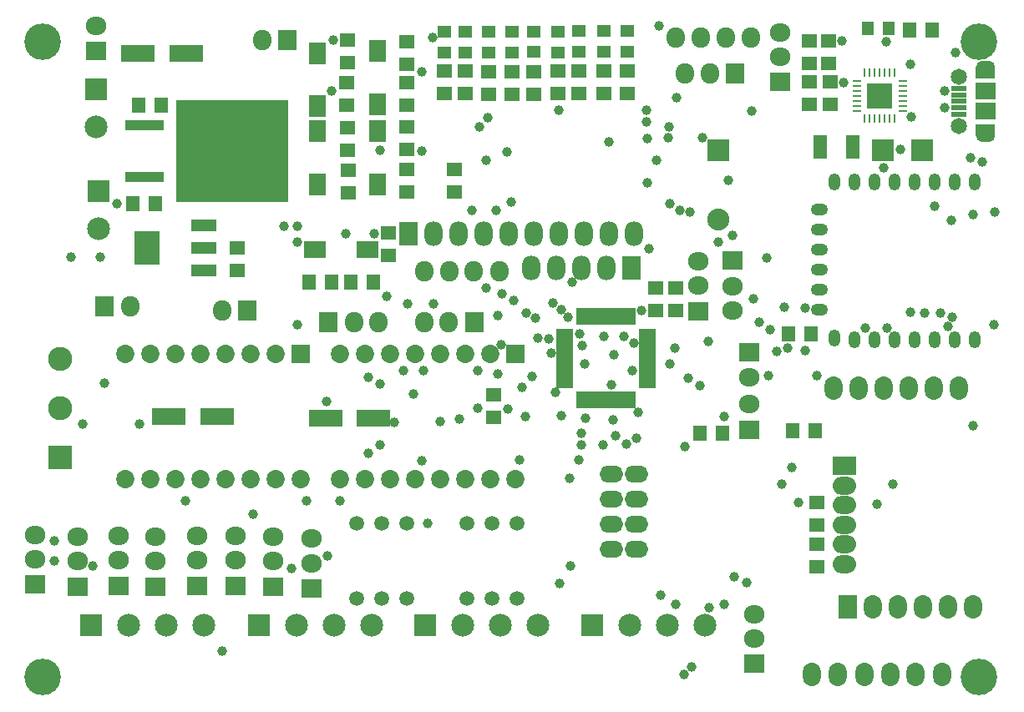
<source format=gts>
G04*
G04 #@! TF.GenerationSoftware,Altium Limited,Altium Designer,18.1.6 (161)*
G04*
G04 Layer_Color=8388736*
%FSTAX24Y24*%
%MOIN*%
G70*
G01*
G75*
%ADD34R,0.0380X0.0080*%
%ADD35R,0.0080X0.0380*%
%ADD42R,0.1540X0.0390*%
%ADD43R,0.4510X0.4110*%
%ADD44R,0.0610X0.0240*%
%ADD45R,0.0830X0.0670*%
%ADD46R,0.0630X0.0580*%
%ADD47R,0.0580X0.0630*%
%ADD48O,0.0480X0.0680*%
%ADD49O,0.0680X0.0480*%
%ADD50O,0.0930X0.0730*%
%ADD51R,0.0930X0.0730*%
%ADD52R,0.1320X0.0710*%
%ADD53R,0.1025X0.0474*%
%ADD54R,0.1025X0.1379*%
%ADD55R,0.0552X0.0513*%
%ADD56R,0.0513X0.0552*%
%ADD57R,0.1000X0.1000*%
%ADD58R,0.0867X0.0867*%
%ADD59R,0.0580X0.0950*%
%ADD60R,0.0190X0.0660*%
%ADD61R,0.0660X0.0190*%
%ADD62R,0.0867X0.0671*%
%ADD63R,0.0671X0.0867*%
%ADD64O,0.0750X0.0480*%
%ADD65C,0.0650*%
%ADD66C,0.0320*%
%ADD67R,0.0830X0.0730*%
%ADD68O,0.0830X0.0730*%
%ADD69C,0.0592*%
%ADD70O,0.0730X0.0980*%
%ADD71R,0.0730X0.0980*%
%ADD72C,0.1460*%
%ADD73C,0.0730*%
%ADD74R,0.0730X0.0730*%
%ADD75O,0.0730X0.0830*%
%ADD76O,0.0730X0.0930*%
%ADD77R,0.0730X0.0930*%
%ADD78R,0.0730X0.0830*%
%ADD79C,0.0880*%
%ADD80R,0.0880X0.0880*%
%ADD81O,0.0940X0.0680*%
%ADD82C,0.0966*%
%ADD83R,0.0966X0.0966*%
%ADD84R,0.0907X0.0907*%
%ADD85C,0.0907*%
%ADD86R,0.0907X0.0907*%
%ADD87C,0.0395*%
G36*
X049108Y045585D02*
X048358D01*
Y045125D01*
X049108D01*
Y045585D01*
D02*
G37*
G36*
Y047421D02*
X048358D01*
Y047881D01*
X049108D01*
Y047421D01*
D02*
G37*
D34*
X04543Y046129D02*
D03*
Y046326D02*
D03*
Y046523D02*
D03*
Y04672D02*
D03*
Y046917D02*
D03*
Y047114D02*
D03*
Y047311D02*
D03*
X0436D02*
D03*
Y047114D02*
D03*
Y046917D02*
D03*
Y04672D02*
D03*
Y046523D02*
D03*
Y046326D02*
D03*
Y046129D02*
D03*
D35*
X045106Y047635D02*
D03*
X044909D02*
D03*
X044712D02*
D03*
X044515D02*
D03*
X044318D02*
D03*
X044121D02*
D03*
X043924D02*
D03*
Y045805D02*
D03*
X044121D02*
D03*
X044318D02*
D03*
X044515D02*
D03*
X044712D02*
D03*
X044909D02*
D03*
X045106D02*
D03*
D42*
X01517Y043476D02*
D03*
Y045555D02*
D03*
D43*
X018665Y044516D02*
D03*
D44*
X04768Y045992D02*
D03*
Y046248D02*
D03*
Y046503D02*
D03*
Y046759D02*
D03*
Y047015D02*
D03*
D45*
X048733Y04611D02*
D03*
Y046897D02*
D03*
D46*
X035566Y039035D02*
D03*
Y038135D02*
D03*
X036375Y039035D02*
D03*
Y038135D02*
D03*
X0291Y03478D02*
D03*
Y03388D02*
D03*
X041715Y04638D02*
D03*
Y04728D02*
D03*
X042535Y04727D02*
D03*
Y04637D02*
D03*
X03252Y047717D02*
D03*
Y046817D02*
D03*
X03168Y047717D02*
D03*
Y046817D02*
D03*
X042Y02882D02*
D03*
Y02792D02*
D03*
Y02958D02*
D03*
Y03048D02*
D03*
X02565Y046341D02*
D03*
Y047241D02*
D03*
X02564Y048888D02*
D03*
Y047988D02*
D03*
X0233Y04284D02*
D03*
Y04374D02*
D03*
X02328Y045455D02*
D03*
Y044555D02*
D03*
X02326Y047245D02*
D03*
Y046345D02*
D03*
X02564Y044589D02*
D03*
Y045489D02*
D03*
Y04378D02*
D03*
Y04288D02*
D03*
X024928Y040335D02*
D03*
Y041235D02*
D03*
X018865Y03974D02*
D03*
Y04064D02*
D03*
X02798Y047717D02*
D03*
Y046817D02*
D03*
X02714Y04772D02*
D03*
Y04682D02*
D03*
X03072Y04678D02*
D03*
Y04768D02*
D03*
X02329Y048948D02*
D03*
Y048049D02*
D03*
X02984Y04768D02*
D03*
Y04678D02*
D03*
X0335Y047717D02*
D03*
Y046817D02*
D03*
X034452Y047717D02*
D03*
Y046817D02*
D03*
X04249Y04801D02*
D03*
Y04891D02*
D03*
X041705Y04802D02*
D03*
Y04892D02*
D03*
X02754Y04378D02*
D03*
Y04288D02*
D03*
X028906Y04678D02*
D03*
Y04768D02*
D03*
D47*
X01583Y04633D02*
D03*
X01493D02*
D03*
X04088Y0372D02*
D03*
X04178D02*
D03*
X03735Y03323D02*
D03*
X03825D02*
D03*
X04194Y03336D02*
D03*
X04104D02*
D03*
X024322Y03928D02*
D03*
X023422D02*
D03*
X02266D02*
D03*
X02176D02*
D03*
X0156Y0424D02*
D03*
X0147D02*
D03*
X04661Y04935D02*
D03*
X04571D02*
D03*
D48*
X04832Y043282D02*
D03*
X04352D02*
D03*
X04432D02*
D03*
X04752D02*
D03*
X04672D02*
D03*
X04592D02*
D03*
X04512D02*
D03*
X04272D02*
D03*
Y037052D02*
D03*
X04352Y036978D02*
D03*
X04432D02*
D03*
X04512D02*
D03*
X04592D02*
D03*
X04672D02*
D03*
X04752D02*
D03*
X04832D02*
D03*
D49*
X04212Y042182D02*
D03*
Y041382D02*
D03*
Y040582D02*
D03*
Y039782D02*
D03*
Y038982D02*
D03*
Y038182D02*
D03*
D50*
X0431Y028013D02*
D03*
Y0288D02*
D03*
Y029587D02*
D03*
Y030375D02*
D03*
Y031162D02*
D03*
D51*
Y03195D02*
D03*
D52*
X024325Y03384D02*
D03*
X022395D02*
D03*
X016835Y04841D02*
D03*
X014905D02*
D03*
X018085Y03392D02*
D03*
X016155D02*
D03*
D53*
X017547Y039734D02*
D03*
Y04064D02*
D03*
Y041546D02*
D03*
D54*
X015263Y04064D02*
D03*
D55*
X03168Y048459D02*
D03*
Y049286D02*
D03*
X02798Y048459D02*
D03*
Y049286D02*
D03*
X02714Y048462D02*
D03*
Y049288D02*
D03*
X028906Y049286D02*
D03*
Y048459D02*
D03*
X03252Y048474D02*
D03*
Y049301D02*
D03*
X0335Y048474D02*
D03*
Y049301D02*
D03*
X034452Y048474D02*
D03*
Y049301D02*
D03*
X02984Y049286D02*
D03*
Y048459D02*
D03*
X03072Y048467D02*
D03*
Y049293D02*
D03*
D56*
X044047Y04941D02*
D03*
X044873D02*
D03*
D57*
X044515Y04672D02*
D03*
D58*
X046227Y04456D02*
D03*
X044653D02*
D03*
D59*
X04215Y044675D02*
D03*
X04345D02*
D03*
D60*
X032517Y03458D02*
D03*
X032714D02*
D03*
X032911D02*
D03*
X033108D02*
D03*
X033305D02*
D03*
X033502D02*
D03*
X033698D02*
D03*
X033895D02*
D03*
X034092D02*
D03*
X034289D02*
D03*
X034486D02*
D03*
X034683D02*
D03*
Y0379D02*
D03*
X034486D02*
D03*
X034289D02*
D03*
X034092D02*
D03*
X033895D02*
D03*
X033698D02*
D03*
X033502D02*
D03*
X033305D02*
D03*
X033108D02*
D03*
X032911D02*
D03*
X032714D02*
D03*
X032517D02*
D03*
D61*
X03526Y035157D02*
D03*
Y035354D02*
D03*
Y035551D02*
D03*
Y035748D02*
D03*
Y035945D02*
D03*
Y036142D02*
D03*
Y036338D02*
D03*
Y036535D02*
D03*
Y036732D02*
D03*
Y036929D02*
D03*
Y037126D02*
D03*
Y037323D02*
D03*
X03194D02*
D03*
Y037126D02*
D03*
Y036929D02*
D03*
Y036732D02*
D03*
Y036535D02*
D03*
Y036338D02*
D03*
Y036142D02*
D03*
Y035945D02*
D03*
Y035748D02*
D03*
Y035551D02*
D03*
Y035354D02*
D03*
Y035157D02*
D03*
D62*
X024093Y040565D02*
D03*
X021967D02*
D03*
D63*
X02447Y0453D02*
D03*
Y043174D02*
D03*
X02208Y045303D02*
D03*
Y043177D02*
D03*
X02447Y0485D02*
D03*
Y046374D02*
D03*
X02208Y046297D02*
D03*
Y048423D02*
D03*
D64*
X048733Y045125D02*
D03*
Y047881D02*
D03*
D65*
X04767Y045519D02*
D03*
Y047488D02*
D03*
D66*
X048598Y045125D02*
D03*
X048868D02*
D03*
X048598Y047881D02*
D03*
X048868D02*
D03*
D67*
X03952Y02403D02*
D03*
X02184Y02704D02*
D03*
X040545Y047265D02*
D03*
X03864Y04013D02*
D03*
X03931Y03648D02*
D03*
Y03339D02*
D03*
X013259Y0485D02*
D03*
X037292Y03812D02*
D03*
X0188Y02716D02*
D03*
X0125Y02712D02*
D03*
X0108Y0272D02*
D03*
X0156Y02712D02*
D03*
X01416Y02716D02*
D03*
X01728D02*
D03*
X02032Y02712D02*
D03*
D68*
X03952Y02504D02*
D03*
Y02602D02*
D03*
X02184Y02805D02*
D03*
Y02903D02*
D03*
X040545Y048275D02*
D03*
Y049255D02*
D03*
X03864Y03912D02*
D03*
Y03814D02*
D03*
X03931Y03547D02*
D03*
Y0344D02*
D03*
X013259Y04951D02*
D03*
X037292Y03913D02*
D03*
Y04011D02*
D03*
X0188Y02915D02*
D03*
Y02817D02*
D03*
X0125Y02911D02*
D03*
Y02813D02*
D03*
X0108Y02919D02*
D03*
Y02821D02*
D03*
X0156Y02911D02*
D03*
Y02813D02*
D03*
X01416Y02915D02*
D03*
Y02817D02*
D03*
X01728Y02915D02*
D03*
Y02817D02*
D03*
X02032Y02911D02*
D03*
Y02813D02*
D03*
D69*
X02804Y02663D02*
D03*
X02904D02*
D03*
X03004D02*
D03*
Y02963D02*
D03*
X02904D02*
D03*
X02804D02*
D03*
X02364D02*
D03*
X02464D02*
D03*
X02564D02*
D03*
Y02663D02*
D03*
X02464D02*
D03*
X02364D02*
D03*
D70*
X0327Y0412D02*
D03*
X0307D02*
D03*
X0287D02*
D03*
X0277D02*
D03*
X0267D02*
D03*
X0297D02*
D03*
X0317D02*
D03*
X0337D02*
D03*
X0347D02*
D03*
X0316Y03984D02*
D03*
X0326D02*
D03*
X0336D02*
D03*
X0306D02*
D03*
D71*
X0257Y0412D02*
D03*
X0346Y03984D02*
D03*
D72*
X04848Y04888D02*
D03*
Y02352D02*
D03*
X01112Y04888D02*
D03*
Y02352D02*
D03*
D73*
X02298Y031402D02*
D03*
X02398D02*
D03*
X02498D02*
D03*
X02598D02*
D03*
X02998D02*
D03*
X02898D02*
D03*
X02798D02*
D03*
X02898Y036402D02*
D03*
X02798D02*
D03*
X02298D02*
D03*
X02398D02*
D03*
X02498D02*
D03*
X02598D02*
D03*
X02698Y031402D02*
D03*
Y036402D02*
D03*
X01842Y036402D02*
D03*
Y031402D02*
D03*
X01742Y036402D02*
D03*
X01642D02*
D03*
X01542D02*
D03*
X01442D02*
D03*
X01942D02*
D03*
X02042D02*
D03*
X01942Y031402D02*
D03*
X02042D02*
D03*
X02142D02*
D03*
X01742D02*
D03*
X01642D02*
D03*
X01542D02*
D03*
X01442D02*
D03*
D74*
X02998Y036402D02*
D03*
X02142Y036402D02*
D03*
D75*
X026331Y0397D02*
D03*
X027341D02*
D03*
X028321D02*
D03*
X029331D02*
D03*
X027321Y03768D02*
D03*
X026341D02*
D03*
X0146Y0383D02*
D03*
X01827Y03816D02*
D03*
X02353Y037663D02*
D03*
X02451D02*
D03*
X03774Y0476D02*
D03*
X03676D02*
D03*
X036375Y04904D02*
D03*
X037385D02*
D03*
X038365D02*
D03*
X039375D02*
D03*
X01987Y04896D02*
D03*
D76*
X04268Y03504D02*
D03*
X04368D02*
D03*
X04468D02*
D03*
X04568D02*
D03*
X04668D02*
D03*
X04768D02*
D03*
X04824Y02632D02*
D03*
X04624D02*
D03*
X04524D02*
D03*
X04424D02*
D03*
X04724D02*
D03*
X047001Y0236D02*
D03*
X045951D02*
D03*
X044931D02*
D03*
X043901D02*
D03*
X042851D02*
D03*
X041801D02*
D03*
D77*
X04324Y02632D02*
D03*
D78*
X028331Y03768D02*
D03*
X01359Y0383D02*
D03*
X01928Y03816D02*
D03*
X02252Y037663D02*
D03*
X03875Y0476D02*
D03*
X02088Y04896D02*
D03*
D79*
X03808Y041773D02*
D03*
D80*
Y04456D02*
D03*
D81*
X0338Y0286D02*
D03*
Y0296D02*
D03*
Y0306D02*
D03*
Y0316D02*
D03*
X0348D02*
D03*
Y0306D02*
D03*
Y0296D02*
D03*
Y0286D02*
D03*
D82*
X011811Y034252D02*
D03*
Y03622D02*
D03*
D83*
Y032283D02*
D03*
D84*
X013339Y04291D02*
D03*
X013259Y04699D02*
D03*
D85*
X013339Y04141D02*
D03*
X013259Y04549D02*
D03*
X034542Y025579D02*
D03*
X036042D02*
D03*
X037542D02*
D03*
X02789D02*
D03*
X02939D02*
D03*
X03089D02*
D03*
X02125D02*
D03*
X02275D02*
D03*
X02425D02*
D03*
X01453D02*
D03*
X01603D02*
D03*
X01753D02*
D03*
D86*
X033042D02*
D03*
X02639D02*
D03*
X01975D02*
D03*
X01303D02*
D03*
D87*
X04824Y04197D02*
D03*
X049115Y04208D02*
D03*
X049078Y037585D02*
D03*
X014075Y0424D02*
D03*
X048255Y03354D02*
D03*
X039428Y046115D02*
D03*
X04156Y038237D02*
D03*
X012248Y040293D02*
D03*
X013414D02*
D03*
X04479Y048882D02*
D03*
X04576Y047965D02*
D03*
X043075Y047255D02*
D03*
X04301Y048905D02*
D03*
X01358Y035245D02*
D03*
X01499Y033605D02*
D03*
X012725Y0336D02*
D03*
X02129Y03759D02*
D03*
X022459Y03451D02*
D03*
X037009Y02392D02*
D03*
X0383Y026425D02*
D03*
X036365D02*
D03*
X035775Y026795D02*
D03*
X02969Y0342D02*
D03*
X030365Y033925D02*
D03*
X028485Y034235D02*
D03*
X027761Y03381D02*
D03*
X026975Y033705D02*
D03*
X03181Y03394D02*
D03*
X024355Y04121D02*
D03*
X02129Y04089D02*
D03*
Y041515D02*
D03*
X033825Y03517D02*
D03*
X035Y038135D02*
D03*
X044515Y04672D02*
D03*
X02928Y037945D02*
D03*
X025672Y038415D02*
D03*
X02671D02*
D03*
X024835Y038715D02*
D03*
X02992Y03856D02*
D03*
X03207Y03787D02*
D03*
X031818Y038183D02*
D03*
X031485Y03846D02*
D03*
X03432Y03712D02*
D03*
X030792Y037852D02*
D03*
X0304Y038035D02*
D03*
X03224Y039275D02*
D03*
X03278Y033843D02*
D03*
X032625Y03326D02*
D03*
X03399Y03316D02*
D03*
X03387Y033775D02*
D03*
X034416Y032796D02*
D03*
X03481Y03305D02*
D03*
X033465Y032775D02*
D03*
X03273Y036025D02*
D03*
X034645Y03574D02*
D03*
X03487Y034085D02*
D03*
X035295Y04062D02*
D03*
X035255Y04325D02*
D03*
X035605Y044145D02*
D03*
X04578Y045875D02*
D03*
X04533Y04458D02*
D03*
X026253Y044505D02*
D03*
X040015Y040235D02*
D03*
X04154Y036545D02*
D03*
X04086Y03664D02*
D03*
X039725Y037685D02*
D03*
X03263Y03676D02*
D03*
X032535Y03721D02*
D03*
X033915Y036364D02*
D03*
X025135Y03367D02*
D03*
X024113Y032454D02*
D03*
Y035483D02*
D03*
X024562Y03277D02*
D03*
X024572Y0352D02*
D03*
X040605Y031204D02*
D03*
X041015Y031863D02*
D03*
X04128Y030465D02*
D03*
X04755Y04844D02*
D03*
X037348Y035157D02*
D03*
X036135Y036025D02*
D03*
X03949Y038605D02*
D03*
X03635Y03664D02*
D03*
X03769Y036929D02*
D03*
X035255Y04502D02*
D03*
X03522Y04616D02*
D03*
X03261Y032765D02*
D03*
X030135Y03218D02*
D03*
X03252D02*
D03*
X024585Y044555D02*
D03*
X03616Y0424D02*
D03*
X026665Y04904D02*
D03*
X029635Y04448D02*
D03*
X031587Y03488D02*
D03*
X02592Y0348D02*
D03*
X02624Y03216D02*
D03*
X02647Y02963D02*
D03*
X02073Y04152D02*
D03*
X029795Y04248D02*
D03*
X028824Y044136D02*
D03*
X02824Y04216D02*
D03*
X0292D02*
D03*
X03608Y04504D02*
D03*
X03864Y04116D02*
D03*
X0288Y03904D02*
D03*
X02944Y0388D02*
D03*
X02624Y047677D02*
D03*
X02848Y03576D02*
D03*
X02632D02*
D03*
X02552D02*
D03*
X02266Y0469D02*
D03*
X02272Y048948D02*
D03*
X0232Y0412D02*
D03*
X03352Y03712D02*
D03*
X032168Y027942D02*
D03*
X03216Y03144D02*
D03*
X030637Y03552D02*
D03*
X031413Y036455D02*
D03*
X031302Y037018D02*
D03*
X03024Y035065D02*
D03*
X035708Y04951D02*
D03*
X04468Y04384D02*
D03*
X040143Y037377D02*
D03*
X048599Y04408D02*
D03*
X038083Y04088D02*
D03*
X03696Y04208D02*
D03*
X03656Y04216D02*
D03*
X042Y035551D02*
D03*
X03688Y03544D02*
D03*
X04008Y035551D02*
D03*
X04072Y038274D02*
D03*
X0404Y036498D02*
D03*
X029418Y03678D02*
D03*
X02928Y0356D02*
D03*
X03089Y037051D02*
D03*
X03176Y027243D02*
D03*
X037708Y026292D02*
D03*
X03472Y03686D02*
D03*
X04672Y04232D02*
D03*
X04816Y044257D02*
D03*
X047388Y04176D02*
D03*
X047426Y037893D02*
D03*
X04724Y03752D02*
D03*
X04696Y038046D02*
D03*
X04632D02*
D03*
X04576Y03808D02*
D03*
X0448Y03744D02*
D03*
X03832Y03392D02*
D03*
X043937Y03744D02*
D03*
X04712Y046922D02*
D03*
Y04624D02*
D03*
X03676Y03272D02*
D03*
X0337Y04488D02*
D03*
X0317Y04616D02*
D03*
X0352Y04568D02*
D03*
X02888Y04584D02*
D03*
X02856Y04549D02*
D03*
X0364Y04665D02*
D03*
X037438Y04504D02*
D03*
X036106Y045489D02*
D03*
X01952Y03D02*
D03*
X02163Y03054D02*
D03*
X01827Y02456D02*
D03*
X02298Y03054D02*
D03*
X0168Y03056D02*
D03*
X011579Y028939D02*
D03*
X03672Y0236D02*
D03*
X03872Y02752D02*
D03*
X039227Y02728D02*
D03*
X0444Y0304D02*
D03*
X04504Y0312D02*
D03*
X022492Y028341D02*
D03*
X02104Y02784D02*
D03*
X01312Y027942D02*
D03*
X011579Y02816D02*
D03*
X03848Y04336D02*
D03*
M02*

</source>
